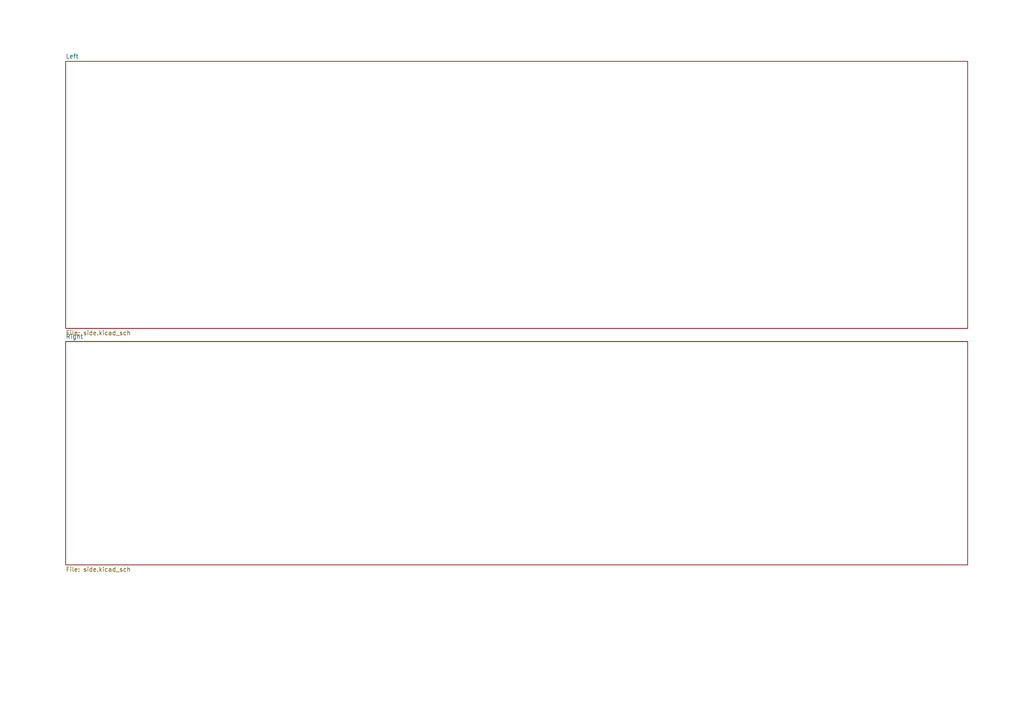
<source format=kicad_sch>
(kicad_sch
	(version 20250114)
	(generator "eeschema")
	(generator_version "9.0")
	(uuid "7a7ed476-b871-467b-94cd-19744f946b9a")
	(paper "A4")
	(lib_symbols)
	(sheet
		(at 19.05 17.78)
		(size 261.62 77.47)
		(exclude_from_sim no)
		(in_bom yes)
		(on_board yes)
		(dnp no)
		(fields_autoplaced yes)
		(stroke
			(width 0.1524)
			(type solid)
		)
		(fill
			(color 0 0 0 0.0000)
		)
		(uuid "a461c4df-4363-4348-baa1-ab533a0da377")
		(property "Sheetname" "Left"
			(at 19.05 17.0684 0)
			(effects
				(font
					(size 1.27 1.27)
				)
				(justify left bottom)
			)
		)
		(property "Sheetfile" "side.kicad_sch"
			(at 19.05 95.8346 0)
			(effects
				(font
					(size 1.27 1.27)
				)
				(justify left top)
			)
		)
		(instances
			(project "DualForm"
				(path "/7a7ed476-b871-467b-94cd-19744f946b9a"
					(page "2")
				)
			)
		)
	)
	(sheet
		(at 19.05 99.06)
		(size 261.62 64.77)
		(exclude_from_sim no)
		(in_bom yes)
		(on_board yes)
		(dnp no)
		(fields_autoplaced yes)
		(stroke
			(width 0.1524)
			(type solid)
		)
		(fill
			(color 0 0 0 0.0000)
		)
		(uuid "bd8d3ad8-8dde-4051-9198-d7c4d853b754")
		(property "Sheetname" "Right"
			(at 19.05 98.3484 0)
			(effects
				(font
					(size 1.27 1.27)
				)
				(justify left bottom)
			)
		)
		(property "Sheetfile" "side.kicad_sch"
			(at 19.05 164.4146 0)
			(effects
				(font
					(size 1.27 1.27)
				)
				(justify left top)
			)
		)
		(instances
			(project "DualForm"
				(path "/7a7ed476-b871-467b-94cd-19744f946b9a"
					(page "3")
				)
			)
		)
	)
	(sheet_instances
		(path "/"
			(page "1")
		)
	)
	(embedded_fonts no)
)

</source>
